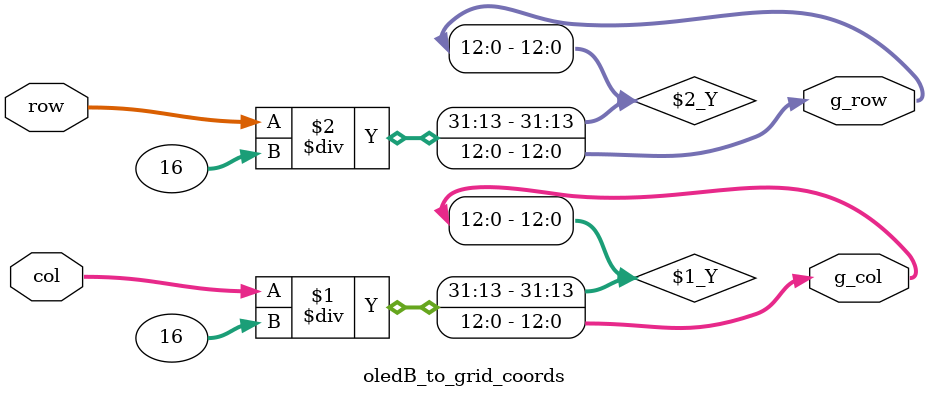
<source format=v>
`timescale 1ns / 1ps

//assuming a PORTRAIT LAYOUT
module oledB_to_grid_coords(input [12:0] row, col, output [12:0] g_row, g_col);
    assign g_col = col/16;
    assign g_row = row/16;
endmodule
</source>
